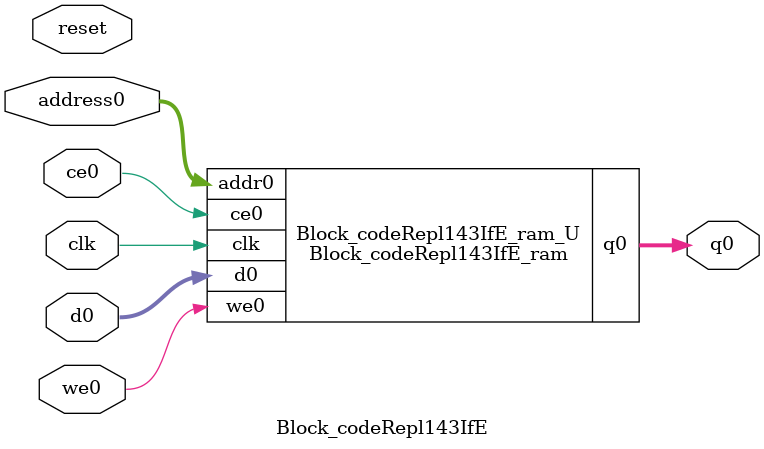
<source format=v>
`timescale 1 ns / 1 ps
module Block_codeRepl143IfE_ram (addr0, ce0, d0, we0, q0,  clk);

parameter DWIDTH = 4;
parameter AWIDTH = 5;
parameter MEM_SIZE = 32;

input[AWIDTH-1:0] addr0;
input ce0;
input[DWIDTH-1:0] d0;
input we0;
output reg[DWIDTH-1:0] q0;
input clk;

(* ram_style = "distributed" *)reg [DWIDTH-1:0] ram[0:MEM_SIZE-1];




always @(posedge clk)  
begin 
    if (ce0) begin
        if (we0) 
            ram[addr0] <= d0; 
        q0 <= ram[addr0];
    end
end


endmodule

`timescale 1 ns / 1 ps
module Block_codeRepl143IfE(
    reset,
    clk,
    address0,
    ce0,
    we0,
    d0,
    q0);

parameter DataWidth = 32'd4;
parameter AddressRange = 32'd32;
parameter AddressWidth = 32'd5;
input reset;
input clk;
input[AddressWidth - 1:0] address0;
input ce0;
input we0;
input[DataWidth - 1:0] d0;
output[DataWidth - 1:0] q0;



Block_codeRepl143IfE_ram Block_codeRepl143IfE_ram_U(
    .clk( clk ),
    .addr0( address0 ),
    .ce0( ce0 ),
    .we0( we0 ),
    .d0( d0 ),
    .q0( q0 ));

endmodule


</source>
